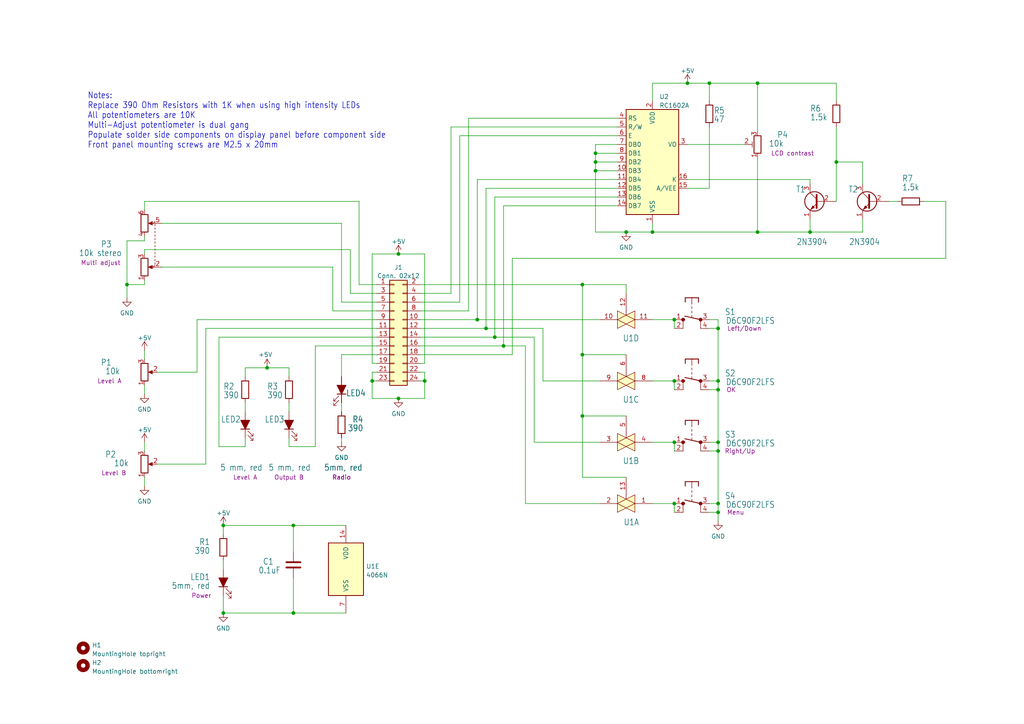
<source format=kicad_sch>
(kicad_sch (version 20211123) (generator eeschema)
  (paper "A4")
  (title_block (title "MK-312 Display print") (date "2022-08-01") (rev "1.2-Chi"))
  (lib_symbols
    (symbol "4xxx:4066" (pin_names (offset 1.016))
      (property "Reference" "U" (at -7.62 8.89 0))
      (property "Value" "4066" (at -7.62 -8.89 0))
      (symbol "4066_1_0"
        (polyline (pts (xy 0 1.27) (xy 0 2.54)) (stroke (width 0.1524)))
        (polyline (pts (xy -2.54 0) (xy 2.54 2.54) (xy 2.54 -2.54) (xy -2.54 0)) (fill (type background)))
        (polyline (pts (xy -2.54 2.54) (xy 2.54 0) (xy -2.54 -2.54) (xy -2.54 2.54)) (fill (type background)))
        (pin passive line (at -7.62 0 0) (length 5.08) (name "~") (number "1"))
        (pin input line (at 0 7.62 270) (length 5.08) (name "~") (number "13"))
        (pin passive line (at 7.62 0 180) (length 5.08) (name "~") (number "2"))
      )
      (symbol "4066_2_0"
        (polyline (pts (xy 0 1.27) (xy 0 2.54)) (stroke (width 0.1524)))
        (polyline (pts (xy -2.54 0) (xy 2.54 2.54) (xy 2.54 -2.54) (xy -2.54 0)) (fill (type background)))
        (polyline (pts (xy -2.54 2.54) (xy 2.54 0) (xy -2.54 -2.54) (xy -2.54 2.54)) (fill (type background)))
        (pin passive line (at 7.62 0 180) (length 5.08) (name "~") (number "3"))
        (pin passive line (at -7.62 0 0) (length 5.08) (name "~") (number "4"))
        (pin input line (at 0 7.62 270) (length 5.08) (name "~") (number "5"))
      )
      (symbol "4066_3_0"
        (polyline (pts (xy 0 1.27) (xy 0 2.54)) (stroke (width 0.1524)))
        (polyline (pts (xy -2.54 0) (xy 2.54 2.54) (xy 2.54 -2.54) (xy -2.54 0)) (fill (type background)))
        (polyline (pts (xy -2.54 2.54) (xy 2.54 0) (xy -2.54 -2.54) (xy -2.54 2.54)) (fill (type background)))
        (pin input line (at 0 7.62 270) (length 5.08) (name "~") (number "6"))
        (pin passive line (at -7.62 0 0) (length 5.08) (name "~") (number "8"))
        (pin passive line (at 7.62 0 180) (length 5.08) (name "~") (number "9"))
      )
      (symbol "4066_4_0"
        (polyline (pts (xy 0 1.27) (xy 0 2.54)) (stroke (width 0.1524)))
        (polyline (pts (xy -2.54 0) (xy 2.54 2.54) (xy 2.54 -2.54) (xy -2.54 0)) (fill (type background)))
        (polyline (pts (xy -2.54 2.54) (xy 2.54 0) (xy -2.54 -2.54) (xy -2.54 2.54)) (fill (type background)))
        (pin passive line (at 7.62 0 180) (length 5.08) (name "~") (number "10"))
        (pin passive line (at -7.62 0 0) (length 5.08) (name "~") (number "11"))
        (pin input line (at 0 7.62 270) (length 5.08) (name "~") (number "12"))
      )
      (symbol "4066_5_0"
        (pin power_in line (at 0 12.7 270) (length 5.08) (name "VDD") (number "14"))
        (pin power_in line (at 0 -12.7 90) (length 5.08) (name "VSS") (number "7"))
      )
      (symbol "4066_5_1"
        (rectangle (start -5.08 7.62) (end 5.08 -7.62) (stroke (width 0.254)) (fill (type background)))
      )
    )
    (symbol "Connector_Generic:Conn_02x12_Odd_Even" (pin_names (offset 1.016) hide)
      (property "Reference" "J" (at 1.27 15.24 0))
      (property "Value" "Conn_02x12_Odd_Even" (at 1.27 -17.78 0))
      (symbol "Conn_02x12_Odd_Even_1_1"
        (rectangle (start -1.27 -15.113) (end 0 -15.367) (stroke (width 0.1524)))
        (rectangle (start -1.27 -12.573) (end 0 -12.827) (stroke (width 0.1524)))
        (rectangle (start -1.27 -10.033) (end 0 -10.287) (stroke (width 0.1524)))
        (rectangle (start -1.27 -7.493) (end 0 -7.747) (stroke (width 0.1524)))
        (rectangle (start -1.27 -4.953) (end 0 -5.207) (stroke (width 0.1524)))
        (rectangle (start -1.27 -2.413) (end 0 -2.667) (stroke (width 0.1524)))
        (rectangle (start -1.27 0.127) (end 0 -0.127) (stroke (width 0.1524)))
        (rectangle (start -1.27 2.667) (end 0 2.413) (stroke (width 0.1524)))
        (rectangle (start -1.27 5.207) (end 0 4.953) (stroke (width 0.1524)))
        (rectangle (start -1.27 7.747) (end 0 7.493) (stroke (width 0.1524)))
        (rectangle (start -1.27 10.287) (end 0 10.033) (stroke (width 0.1524)))
        (rectangle (start -1.27 12.827) (end 0 12.573) (stroke (width 0.1524)))
        (rectangle (start -1.27 13.97) (end 3.81 -16.51) (stroke (width 0.254)) (fill (type background)))
        (rectangle (start 3.81 -15.113) (end 2.54 -15.367) (stroke (width 0.1524)))
        (rectangle (start 3.81 -12.573) (end 2.54 -12.827) (stroke (width 0.1524)))
        (rectangle (start 3.81 -10.033) (end 2.54 -10.287) (stroke (width 0.1524)))
        (rectangle (start 3.81 -7.493) (end 2.54 -7.747) (stroke (width 0.1524)))
        (rectangle (start 3.81 -4.953) (end 2.54 -5.207) (stroke (width 0.1524)))
        (rectangle (start 3.81 -2.413) (end 2.54 -2.667) (stroke (width 0.1524)))
        (rectangle (start 3.81 0.127) (end 2.54 -0.127) (stroke (width 0.1524)))
        (rectangle (start 3.81 2.667) (end 2.54 2.413) (stroke (width 0.1524)))
        (rectangle (start 3.81 5.207) (end 2.54 4.953) (stroke (width 0.1524)))
        (rectangle (start 3.81 7.747) (end 2.54 7.493) (stroke (width 0.1524)))
        (rectangle (start 3.81 10.287) (end 2.54 10.033) (stroke (width 0.1524)))
        (rectangle (start 3.81 12.827) (end 2.54 12.573) (stroke (width 0.1524)))
        (pin passive line (at -5.08 12.7 0) (length 3.81) (name "Pin_1") (number "1"))
        (pin passive line (at 7.62 2.54 180) (length 3.81) (name "Pin_10") (number "10"))
        (pin passive line (at -5.08 0 0) (length 3.81) (name "Pin_11") (number "11"))
        (pin passive line (at 7.62 0 180) (length 3.81) (name "Pin_12") (number "12"))
        (pin passive line (at -5.08 -2.54 0) (length 3.81) (name "Pin_13") (number "13"))
        (pin passive line (at 7.62 -2.54 180) (length 3.81) (name "Pin_14") (number "14"))
        (pin passive line (at -5.08 -5.08 0) (length 3.81) (name "Pin_15") (number "15"))
        (pin passive line (at 7.62 -5.08 180) (length 3.81) (name "Pin_16") (number "16"))
        (pin passive line (at -5.08 -7.62 0) (length 3.81) (name "Pin_17") (number "17"))
        (pin passive line (at 7.62 -7.62 180) (length 3.81) (name "Pin_18") (number "18"))
        (pin passive line (at -5.08 -10.16 0) (length 3.81) (name "Pin_19") (number "19"))
        (pin passive line (at 7.62 12.7 180) (length 3.81) (name "Pin_2") (number "2"))
        (pin passive line (at 7.62 -10.16 180) (length 3.81) (name "Pin_20") (number "20"))
        (pin passive line (at -5.08 -12.7 0) (length 3.81) (name "Pin_21") (number "21"))
        (pin passive line (at 7.62 -12.7 180) (length 3.81) (name "Pin_22") (number "22"))
        (pin passive line (at -5.08 -15.24 0) (length 3.81) (name "Pin_23") (number "23"))
        (pin passive line (at 7.62 -15.24 180) (length 3.81) (name "Pin_24") (number "24"))
        (pin passive line (at -5.08 10.16 0) (length 3.81) (name "Pin_3") (number "3"))
        (pin passive line (at 7.62 10.16 180) (length 3.81) (name "Pin_4") (number "4"))
        (pin passive line (at -5.08 7.62 0) (length 3.81) (name "Pin_5") (number "5"))
        (pin passive line (at 7.62 7.62 180) (length 3.81) (name "Pin_6") (number "6"))
        (pin passive line (at -5.08 5.08 0) (length 3.81) (name "Pin_7") (number "7"))
        (pin passive line (at 7.62 5.08 180) (length 3.81) (name "Pin_8") (number "8"))
        (pin passive line (at -5.08 2.54 0) (length 3.81) (name "Pin_9") (number "9"))
      )
    )
    (symbol "Device:C" (pin_numbers hide) (pin_names (offset 0.254))
      (property "Reference" "C" (at 0.635 2.54 0))
      (property "Value" "C" (at 0.635 -2.54 0))
      (symbol "C_0_1"
        (polyline (pts (xy -2.032 -0.762) (xy 2.032 -0.762)) (stroke (width 0.508)))
        (polyline (pts (xy -2.032 0.762) (xy 2.032 0.762)) (stroke (width 0.508)))
      )
      (symbol "C_1_1"
        (pin passive line (at 0 3.81 270) (length 2.794) (name "~") (number "1"))
        (pin passive line (at 0 -3.81 90) (length 2.794) (name "~") (number "2"))
      )
    )
    (symbol "Device:LED_Filled" (pin_numbers hide) (pin_names (offset 1.016) hide)
      (property "Reference" "D" (at 0 2.54 0))
      (property "Value" "LED_Filled" (at 0 -2.54 0))
      (symbol "LED_Filled_0_1"
        (polyline (pts (xy -1.27 -1.27) (xy -1.27 1.27)) (stroke (width 0.254)))
        (polyline (pts (xy -1.27 0) (xy 1.27 0)))
        (polyline (pts (xy 1.27 -1.27) (xy 1.27 1.27) (xy -1.27 0) (xy 1.27 -1.27)) (stroke (width 0.254)) (fill (type outline)))
        (polyline (pts (xy -3.048 -0.762) (xy -4.572 -2.286) (xy -3.81 -2.286) (xy -4.572 -2.286) (xy -4.572 -1.524)))
        (polyline (pts (xy -1.778 -0.762) (xy -3.302 -2.286) (xy -2.54 -2.286) (xy -3.302 -2.286) (xy -3.302 -1.524)))
      )
      (symbol "LED_Filled_1_1"
        (pin passive line (at -3.81 0 0) (length 2.54) (name "K") (number "1"))
        (pin passive line (at 3.81 0 180) (length 2.54) (name "A") (number "2"))
      )
    )
    (symbol "Device:R" (pin_numbers hide) (pin_names (offset 0))
      (property "Reference" "R" (at 2.032 0 90))
      (property "Value" "R" (at 0 0 90))
      (symbol "R_0_1"
        (rectangle (start -1.016 -2.54) (end 1.016 2.54) (stroke (width 0.254)))
      )
      (symbol "R_1_1"
        (pin passive line (at 0 3.81 270) (length 1.27) (name "~") (number "1"))
        (pin passive line (at 0 -3.81 90) (length 1.27) (name "~") (number "2"))
      )
    )
    (symbol "Device:R_Potentiometer" (pin_names (offset 1.016) hide)
      (property "Reference" "RV" (at -4.445 0 90))
      (property "Value" "R_Potentiometer" (at -2.54 0 90))
      (symbol "R_Potentiometer_0_1"
        (polyline (pts (xy 2.54 0) (xy 1.524 0)))
        (polyline (pts (xy 1.143 0) (xy 2.286 0.508) (xy 2.286 -0.508) (xy 1.143 0)) (fill (type outline)))
        (rectangle (start 1.016 2.54) (end -1.016 -2.54) (stroke (width 0.254)))
      )
      (symbol "R_Potentiometer_1_1"
        (pin passive line (at 0 3.81 270) (length 1.27) (name "1") (number "1"))
        (pin passive line (at 3.81 0 180) (length 1.27) (name "2") (number "2"))
        (pin passive line (at 0 -3.81 90) (length 1.27) (name "3") (number "3"))
      )
    )
    (symbol "Device:R_Potentiometer_Dual" (pin_names (offset 1.016) hide)
      (property "Reference" "RV" (at 0 3.81 0))
      (property "Value" "R_Potentiometer_Dual" (at 0 1.905 0))
      (symbol "R_Potentiometer_Dual_0_1"
        (rectangle (start -8.89 -1.524) (end -3.81 -3.556) (stroke (width 0.254)))
        (polyline (pts (xy -6.35 0) (xy -6.35 -1.016)))
        (polyline (pts (xy -6.35 0) (xy -6.35 -1.016)))
        (polyline (pts (xy -6.35 0) (xy -5.842 0.508)))
        (polyline (pts (xy -5.588 0.508) (xy -5.08 0.508)))
        (polyline (pts (xy -4.572 0.508) (xy -4.064 0.508)))
        (polyline (pts (xy -3.556 0.508) (xy -3.048 0.508)))
        (polyline (pts (xy -2.54 0.508) (xy -2.032 0.508)))
        (polyline (pts (xy -1.524 0.508) (xy -1.016 0.508)))
        (polyline (pts (xy -0.508 0.508) (xy 0 0.508)))
        (polyline (pts (xy 0.508 0.508) (xy 1.016 0.508)))
        (polyline (pts (xy 1.524 0.508) (xy 2.032 0.508)))
        (polyline (pts (xy 2.54 0.508) (xy 3.048 0.508)))
        (polyline (pts (xy 3.556 0.508) (xy 4.064 0.508)))
        (polyline (pts (xy 4.572 0.508) (xy 5.08 0.508)))
        (polyline (pts (xy 5.588 0.508) (xy 6.096 0.508)))
        (polyline (pts (xy 6.35 0) (xy 6.35 -1.016)))
        (polyline (pts (xy 6.35 0) (xy 6.35 -1.016)))
        (polyline (pts (xy 6.604 0.508) (xy 6.858 0.508) (xy 6.35 0)))
        (polyline (pts (xy -6.35 -1.397) (xy -6.858 -0.254) (xy -5.842 -0.254) (xy -6.35 -1.397)) (fill (type outline)))
        (polyline (pts (xy 6.35 -1.397) (xy 5.842 -0.254) (xy 6.858 -0.254) (xy 6.35 -1.397)) (fill (type outline)))
        (rectangle (start 3.81 -1.524) (end 8.89 -3.556) (stroke (width 0.254)))
      )
      (symbol "R_Potentiometer_Dual_1_1"
        (pin passive line (at -10.16 -2.54 0) (length 1.27) (name "1") (number "1"))
        (pin passive line (at -6.35 2.54 270) (length 2.54) (name "2") (number "2"))
        (pin passive line (at -2.54 -2.54 180) (length 1.27) (name "3") (number "3"))
        (pin passive line (at 2.54 -2.54 0) (length 1.27) (name "4") (number "4"))
        (pin passive line (at 6.35 2.54 270) (length 2.54) (name "5") (number "5"))
        (pin passive line (at 10.16 -2.54 180) (length 1.27) (name "6") (number "6"))
      )
    )
    (symbol "Device:R_Potentiometer_Trim" (pin_names (offset 1.016) hide)
      (property "Reference" "RV" (at -4.445 0 90))
      (property "Value" "R_Potentiometer_Trim" (at -2.54 0 90))
      (symbol "R_Potentiometer_Trim_0_1"
        (polyline (pts (xy 1.524 0.762) (xy 1.524 -0.762)))
        (polyline (pts (xy 2.54 0) (xy 1.524 0)))
        (rectangle (start 1.016 2.54) (end -1.016 -2.54) (stroke (width 0.254)))
      )
      (symbol "R_Potentiometer_Trim_1_1"
        (pin passive line (at 0 3.81 270) (length 1.27) (name "1") (number "1"))
        (pin passive line (at 3.81 0 180) (length 1.27) (name "2") (number "2"))
        (pin passive line (at 0 -3.81 90) (length 1.27) (name "3") (number "3"))
      )
    )
    (symbol "Display_Character:RC1602A"
      (property "Reference" "U" (at -6.35 16.51 0))
      (property "Value" "RC1602A" (at 2.794 16.51 0))
      (symbol "RC1602A_0_1"
        (rectangle (start -7.62 15.24) (end 7.62 -15.24) (stroke (width 0.254)) (fill (type background)))
      )
      (symbol "RC1602A_1_1"
        (pin power_in line (at 0 -17.78 90) (length 2.54) (name "VSS") (number "1"))
        (pin bidirectional line (at -10.16 -2.54 0) (length 2.54) (name "DB3") (number "10"))
        (pin bidirectional line (at -10.16 -5.08 0) (length 2.54) (name "DB4") (number "11"))
        (pin bidirectional line (at -10.16 -7.62 0) (length 2.54) (name "DB5") (number "12"))
        (pin bidirectional line (at -10.16 -10.16 0) (length 2.54) (name "DB6") (number "13"))
        (pin bidirectional line (at -10.16 -12.7 0) (length 2.54) (name "DB7") (number "14"))
        (pin power_in line (at 10.16 -7.62 180) (length 2.54) (name "A/VEE") (number "15"))
        (pin power_in line (at 10.16 -5.08 180) (length 2.54) (name "K") (number "16"))
        (pin power_in line (at 0 17.78 270) (length 2.54) (name "VDD") (number "2"))
        (pin power_in line (at 10.16 5.08 180) (length 2.54) (name "VO") (number "3"))
        (pin input line (at -10.16 12.7 0) (length 2.54) (name "RS") (number "4"))
        (pin input line (at -10.16 10.16 0) (length 2.54) (name "R/W") (number "5"))
        (pin input line (at -10.16 7.62 0) (length 2.54) (name "E") (number "6"))
        (pin bidirectional line (at -10.16 5.08 0) (length 2.54) (name "DB0") (number "7"))
        (pin bidirectional line (at -10.16 2.54 0) (length 2.54) (name "DB1") (number "8"))
        (pin bidirectional line (at -10.16 0 0) (length 2.54) (name "DB2") (number "9"))
      )
    )
    (symbol "Mechanical:MountingHole" (pin_names (offset 1.016))
      (property "Reference" "H" (at 0 5.08 0))
      (property "Value" "MountingHole" (at 0 3.175 0))
      (symbol "MountingHole_0_1"
        (circle (center 0 0) (radius 1.27) (stroke (width 1.27)))
      )
    )
    (symbol "Transistor_BJT:2N3904" (pin_names (offset 0) hide)
      (property "Reference" "Q" (at 5.08 1.905 0))
      (property "Value" "2N3904" (at 5.08 0 0))
      (symbol "2N3904_0_1"
        (polyline (pts (xy 0.635 0.635) (xy 2.54 2.54)))
        (polyline (pts (xy 0.635 -0.635) (xy 2.54 -2.54) (xy 2.54 -2.54)))
        (polyline (pts (xy 0.635 1.905) (xy 0.635 -1.905) (xy 0.635 -1.905)) (stroke (width 0.508)))
        (polyline (pts (xy 1.27 -1.778) (xy 1.778 -1.27) (xy 2.286 -2.286) (xy 1.27 -1.778) (xy 1.27 -1.778)) (fill (type outline)))
        (circle (center 1.27 0) (radius 2.8194) (stroke (width 0.254)))
      )
      (symbol "2N3904_1_1"
        (pin passive line (at 2.54 -5.08 90) (length 2.54) (name "E") (number "1"))
        (pin passive line (at -5.08 0 0) (length 5.715) (name "B") (number "2"))
        (pin passive line (at 2.54 5.08 270) (length 2.54) (name "C") (number "3"))
      )
    )
    (symbol "mk312-eagle-import:DTE6K"
      (property "Reference" "S" (at -6.985 -1.905 90))
      (property "Value" "DTE6K" (at -4.445 2.54 90))
      (symbol "DTE6K_1_0"
        (circle (center 0 -2.54) (radius 0.127) (stroke (width 0.4064)))
        (polyline (pts (xy -6.35 -1.905) (xy -5.08 -1.905)) (stroke (width 0.254)))
        (polyline (pts (xy -6.35 0) (xy -6.35 -1.905)) (stroke (width 0.254)))
        (polyline (pts (xy -6.35 0) (xy -4.445 0)) (stroke (width 0.1524)))
        (polyline (pts (xy -6.35 1.905) (xy -6.35 0)) (stroke (width 0.254)))
        (polyline (pts (xy -6.35 1.905) (xy -5.08 1.905)) (stroke (width 0.254)))
        (polyline (pts (xy -3.81 0) (xy -3.175 0)) (stroke (width 0.1524)))
        (polyline (pts (xy -2.54 0) (xy -1.905 0)) (stroke (width 0.1524)))
        (polyline (pts (xy -1.27 0) (xy -0.635 0)) (stroke (width 0.1524)))
        (polyline (pts (xy 0 -2.54) (xy -1.016 2.032)) (stroke (width 0.254)))
        (polyline (pts (xy 0 2.032) (xy 0 2.54)) (stroke (width 0.254)))
        (polyline (pts (xy 2.54 -2.54) (xy 0 -2.54)) (stroke (width 0.1524)))
        (polyline (pts (xy 2.54 2.54) (xy 0 2.54)) (stroke (width 0.1524)))
        (circle (center 0 2.54) (radius 0.127) (stroke (width 0.4064)))
        (pin passive line (at 0 5.08 270) (length 2.54) (name "S") (number "1"))
        (pin passive line (at 2.54 5.08 270) (length 2.54) (name "S@1") (number "2"))
        (pin passive line (at 0 -5.08 90) (length 2.54) (name "P") (number "3"))
        (pin passive line (at 2.54 -5.08 90) (length 2.54) (name "P@1") (number "4"))
      )
    )
    (symbol "power:+5V" (power) (pin_names (offset 0))
      (property "Value" "+5V" (at 0 3.556 0))
      (symbol "+5V_0_1"
        (polyline (pts (xy -0.762 1.27) (xy 0 2.54)))
        (polyline (pts (xy 0 0) (xy 0 2.54)))
        (polyline (pts (xy 0 2.54) (xy 0.762 1.27)))
      )
      (symbol "+5V_1_1"
        (pin power_in line (at 0 0 90) (length 0) hide (name "+5V") (number "1"))
      )
    )
    (symbol "power:GND" (power) (pin_names (offset 0))
      (property "Value" "GND" (at 0 -3.81 0))
      (symbol "GND_0_1"
        (polyline (pts (xy 0 0) (xy 0 -1.27) (xy 1.27 -1.27) (xy 0 -2.54) (xy -1.27 -1.27) (xy 0 -1.27)))
      )
      (symbol "GND_1_1"
        (pin power_in line (at 0 0 270) (length 0) hide (name "GND") (number "1"))
      )
    )
  )
  (junction (at 172.72 49.53))
  (junction (at 168.91 120.65))
  (junction (at 64.77 152.4))
  (junction (at 208.28 130.81))
  (junction (at 85.09 152.4))
  (junction (at 195.58 92.71))
  (junction (at 172.72 44.45))
  (junction (at 64.77 177.8))
  (junction (at 208.28 148.59))
  (junction (at 138.43 92.71))
  (junction (at 115.57 73.66))
  (junction (at 208.28 146.05))
  (junction (at 168.91 102.87))
  (junction (at 115.57 115.57))
  (junction (at 208.28 95.25))
  (junction (at 140.97 95.25))
  (junction (at 195.58 128.27))
  (junction (at 181.61 67.31))
  (junction (at 234.95 67.31))
  (junction (at 208.28 113.03))
  (junction (at 77.47 106.68))
  (junction (at 168.91 82.55))
  (junction (at 219.71 67.31))
  (junction (at 146.05 100.33))
  (junction (at 107.95 110.49))
  (junction (at 195.58 110.49))
  (junction (at 199.39 24.13))
  (junction (at 85.09 177.8))
  (junction (at 143.51 97.79))
  (junction (at 123.19 110.49))
  (junction (at 36.83 82.55))
  (junction (at 189.23 67.31))
  (junction (at 205.74 24.13))
  (junction (at 242.57 46.99))
  (junction (at 219.71 24.13))
  (junction (at 208.28 110.49))
  (junction (at 195.58 146.05))
  (junction (at 208.28 128.27))
  (junction (at 172.72 46.99))
  (wire (pts (xy 250.19 46.99) (xy 250.19 53.34)))
  (wire (pts (xy 172.72 44.45) (xy 179.07 44.45)))
  (wire (pts (xy 41.91 73.66) (xy 41.91 72.39)))
  (wire (pts (xy 91.44 100.33) (xy 91.44 129.54)))
  (wire (pts (xy 83.82 127) (xy 83.82 129.54)))
  (wire (pts (xy 36.83 82.55) (xy 36.83 86.36)))
  (wire (pts (xy 138.43 92.71) (xy 138.43 52.07)))
  (wire (pts (xy 189.23 146.05) (xy 195.58 146.05)))
  (wire (pts (xy 63.5 97.79) (xy 109.22 97.79)))
  (wire (pts (xy 107.95 110.49) (xy 107.95 115.57)))
  (wire (pts (xy 168.91 120.65) (xy 181.61 120.65)))
  (wire (pts (xy 219.71 45.72) (xy 219.71 67.31)))
  (wire (pts (xy 85.09 167.64) (xy 85.09 177.8)))
  (wire (pts (xy 179.07 41.91) (xy 172.72 41.91)))
  (wire (pts (xy 41.91 81.28) (xy 41.91 82.55)))
  (wire (pts (xy 64.77 172.72) (xy 64.77 177.8)))
  (wire (pts (xy 181.61 82.55) (xy 181.61 85.09)))
  (wire (pts (xy 109.22 90.17) (xy 96.52 90.17)))
  (wire (pts (xy 99.06 116.84) (xy 99.06 119.38)))
  (wire (pts (xy 267.97 58.42) (xy 274.32 58.42)))
  (wire (pts (xy 96.52 90.17) (xy 96.52 77.47)))
  (wire (pts (xy 57.15 92.71) (xy 57.15 107.95)))
  (wire (pts (xy 121.92 82.55) (xy 168.91 82.55)))
  (wire (pts (xy 172.72 46.99) (xy 179.07 46.99)))
  (wire (pts (xy 71.12 106.68) (xy 77.47 106.68)))
  (wire (pts (xy 208.28 110.49) (xy 208.28 113.03)))
  (wire (pts (xy 181.61 102.87) (xy 168.91 102.87)))
  (wire (pts (xy 168.91 120.65) (xy 168.91 138.43)))
  (wire (pts (xy 154.94 97.79) (xy 154.94 128.27)))
  (wire (pts (xy 41.91 101.6) (xy 41.91 104.14)))
  (wire (pts (xy 121.92 110.49) (xy 123.19 110.49)))
  (wire (pts (xy 205.74 54.61) (xy 205.74 36.83)))
  (wire (pts (xy 172.72 44.45) (xy 172.72 46.99)))
  (wire (pts (xy 109.22 87.63) (xy 99.06 87.63)))
  (wire (pts (xy 146.05 59.69) (xy 179.07 59.69)))
  (wire (pts (xy 199.39 54.61) (xy 205.74 54.61)))
  (wire (pts (xy 205.74 130.81) (xy 208.28 130.81)))
  (wire (pts (xy 121.92 90.17) (xy 135.89 90.17)))
  (wire (pts (xy 121.92 105.41) (xy 123.19 105.41)))
  (wire (pts (xy 189.23 64.77) (xy 189.23 67.31)))
  (wire (pts (xy 99.06 102.87) (xy 109.22 102.87)))
  (wire (pts (xy 41.91 58.42) (xy 104.14 58.42)))
  (wire (pts (xy 205.74 95.25) (xy 208.28 95.25)))
  (wire (pts (xy 148.59 102.87) (xy 148.59 74.93)))
  (wire (pts (xy 107.95 115.57) (xy 115.57 115.57)))
  (wire (pts (xy 121.92 87.63) (xy 133.35 87.63)))
  (wire (pts (xy 85.09 152.4) (xy 85.09 160.02)))
  (wire (pts (xy 115.57 73.66) (xy 107.95 73.66)))
  (wire (pts (xy 91.44 100.33) (xy 109.22 100.33)))
  (wire (pts (xy 168.91 102.87) (xy 168.91 120.65)))
  (wire (pts (xy 189.23 128.27) (xy 195.58 128.27)))
  (wire (pts (xy 242.57 29.21) (xy 242.57 24.13)))
  (wire (pts (xy 143.51 57.15) (xy 143.51 97.79)))
  (wire (pts (xy 242.57 36.83) (xy 242.57 46.99)))
  (wire (pts (xy 242.57 46.99) (xy 242.57 58.42)))
  (wire (pts (xy 199.39 52.07) (xy 234.95 52.07)))
  (wire (pts (xy 219.71 67.31) (xy 189.23 67.31)))
  (wire (pts (xy 121.92 95.25) (xy 140.97 95.25)))
  (wire (pts (xy 46.99 64.77) (xy 99.06 64.77)))
  (wire (pts (xy 195.58 146.05) (xy 195.58 148.59)))
  (wire (pts (xy 205.74 110.49) (xy 208.28 110.49)))
  (wire (pts (xy 41.91 72.39) (xy 101.6 72.39)))
  (wire (pts (xy 123.19 115.57) (xy 123.19 110.49)))
  (wire (pts (xy 130.81 36.83) (xy 130.81 85.09)))
  (wire (pts (xy 123.19 107.95) (xy 121.92 107.95)))
  (wire (pts (xy 91.44 129.54) (xy 83.82 129.54)))
  (wire (pts (xy 205.74 92.71) (xy 208.28 92.71)))
  (wire (pts (xy 99.06 109.22) (xy 99.06 102.87)))
  (wire (pts (xy 140.97 95.25) (xy 157.48 95.25)))
  (wire (pts (xy 250.19 67.31) (xy 250.19 63.5)))
  (wire (pts (xy 199.39 24.13) (xy 205.74 24.13)))
  (wire (pts (xy 208.28 146.05) (xy 208.28 148.59)))
  (wire (pts (xy 71.12 116.84) (xy 71.12 119.38)))
  (wire (pts (xy 195.58 128.27) (xy 195.58 130.81)))
  (wire (pts (xy 121.92 102.87) (xy 148.59 102.87)))
  (wire (pts (xy 135.89 34.29) (xy 179.07 34.29)))
  (wire (pts (xy 168.91 138.43) (xy 181.61 138.43)))
  (wire (pts (xy 195.58 92.71) (xy 195.58 95.25)))
  (wire (pts (xy 109.22 92.71) (xy 57.15 92.71)))
  (wire (pts (xy 104.14 82.55) (xy 104.14 58.42)))
  (wire (pts (xy 121.92 97.79) (xy 143.51 97.79)))
  (wire (pts (xy 45.72 107.95) (xy 57.15 107.95)))
  (wire (pts (xy 189.23 24.13) (xy 199.39 24.13)))
  (wire (pts (xy 63.5 97.79) (xy 63.5 129.54)))
  (wire (pts (xy 205.74 29.21) (xy 205.74 24.13)))
  (wire (pts (xy 208.28 128.27) (xy 208.28 130.81)))
  (wire (pts (xy 140.97 95.25) (xy 140.97 54.61)))
  (wire (pts (xy 46.99 77.47) (xy 96.52 77.47)))
  (wire (pts (xy 189.23 24.13) (xy 189.23 29.21)))
  (wire (pts (xy 83.82 106.68) (xy 83.82 109.22)))
  (wire (pts (xy 36.83 69.85) (xy 36.83 82.55)))
  (wire (pts (xy 107.95 73.66) (xy 107.95 105.41)))
  (wire (pts (xy 130.81 36.83) (xy 179.07 36.83)))
  (wire (pts (xy 123.19 110.49) (xy 123.19 107.95)))
  (wire (pts (xy 85.09 177.8) (xy 100.33 177.8)))
  (wire (pts (xy 99.06 127) (xy 99.06 128.27)))
  (wire (pts (xy 173.99 110.49) (xy 157.48 110.49)))
  (wire (pts (xy 41.91 128.27) (xy 41.91 130.81)))
  (wire (pts (xy 71.12 129.54) (xy 71.12 127)))
  (wire (pts (xy 208.28 148.59) (xy 208.28 151.13)))
  (wire (pts (xy 205.74 24.13) (xy 219.71 24.13)))
  (wire (pts (xy 77.47 106.68) (xy 83.82 106.68)))
  (wire (pts (xy 219.71 24.13) (xy 219.71 38.1)))
  (wire (pts (xy 41.91 69.85) (xy 41.91 68.58)))
  (wire (pts (xy 59.69 95.25) (xy 59.69 134.62)))
  (wire (pts (xy 146.05 100.33) (xy 146.05 59.69)))
  (wire (pts (xy 173.99 128.27) (xy 154.94 128.27)))
  (wire (pts (xy 172.72 49.53) (xy 172.72 67.31)))
  (wire (pts (xy 71.12 109.22) (xy 71.12 106.68)))
  (wire (pts (xy 274.32 74.93) (xy 274.32 58.42)))
  (wire (pts (xy 107.95 107.95) (xy 107.95 110.49)))
  (wire (pts (xy 208.28 95.25) (xy 208.28 110.49)))
  (wire (pts (xy 115.57 115.57) (xy 123.19 115.57)))
  (wire (pts (xy 107.95 110.49) (xy 109.22 110.49)))
  (wire (pts (xy 63.5 129.54) (xy 71.12 129.54)))
  (wire (pts (xy 234.95 52.07) (xy 234.95 53.34)))
  (wire (pts (xy 133.35 39.37) (xy 179.07 39.37)))
  (wire (pts (xy 64.77 152.4) (xy 64.77 154.94)))
  (wire (pts (xy 101.6 72.39) (xy 101.6 85.09)))
  (wire (pts (xy 219.71 24.13) (xy 242.57 24.13)))
  (wire (pts (xy 189.23 92.71) (xy 195.58 92.71)))
  (wire (pts (xy 109.22 107.95) (xy 107.95 107.95)))
  (wire (pts (xy 157.48 110.49) (xy 157.48 95.25)))
  (wire (pts (xy 234.95 63.5) (xy 234.95 67.31)))
  (wire (pts (xy 135.89 90.17) (xy 135.89 34.29)))
  (wire (pts (xy 208.28 130.81) (xy 208.28 146.05)))
  (wire (pts (xy 179.07 57.15) (xy 143.51 57.15)))
  (wire (pts (xy 41.91 82.55) (xy 36.83 82.55)))
  (wire (pts (xy 64.77 152.4) (xy 85.09 152.4)))
  (wire (pts (xy 152.4 100.33) (xy 152.4 146.05)))
  (wire (pts (xy 109.22 95.25) (xy 59.69 95.25)))
  (wire (pts (xy 219.71 67.31) (xy 234.95 67.31)))
  (wire (pts (xy 205.74 146.05) (xy 208.28 146.05)))
  (wire (pts (xy 64.77 162.56) (xy 64.77 165.1)))
  (wire (pts (xy 123.19 73.66) (xy 115.57 73.66)))
  (wire (pts (xy 41.91 58.42) (xy 41.91 60.96)))
  (wire (pts (xy 41.91 138.43) (xy 41.91 140.97)))
  (wire (pts (xy 121.92 100.33) (xy 146.05 100.33)))
  (wire (pts (xy 133.35 87.63) (xy 133.35 39.37)))
  (wire (pts (xy 143.51 97.79) (xy 154.94 97.79)))
  (wire (pts (xy 99.06 87.63) (xy 99.06 64.77)))
  (wire (pts (xy 173.99 146.05) (xy 152.4 146.05)))
  (wire (pts (xy 138.43 52.07) (xy 179.07 52.07)))
  (wire (pts (xy 140.97 54.61) (xy 179.07 54.61)))
  (wire (pts (xy 189.23 67.31) (xy 181.61 67.31)))
  (wire (pts (xy 208.28 113.03) (xy 208.28 128.27)))
  (wire (pts (xy 138.43 92.71) (xy 173.99 92.71)))
  (wire (pts (xy 205.74 148.59) (xy 208.28 148.59)))
  (wire (pts (xy 121.92 85.09) (xy 130.81 85.09)))
  (wire (pts (xy 234.95 67.31) (xy 250.19 67.31)))
  (wire (pts (xy 181.61 67.31) (xy 172.72 67.31)))
  (wire (pts (xy 172.72 49.53) (xy 179.07 49.53)))
  (wire (pts (xy 146.05 100.33) (xy 152.4 100.33)))
  (wire (pts (xy 83.82 116.84) (xy 83.82 119.38)))
  (wire (pts (xy 64.77 177.8) (xy 85.09 177.8)))
  (wire (pts (xy 195.58 110.49) (xy 195.58 113.03)))
  (wire (pts (xy 189.23 110.49) (xy 195.58 110.49)))
  (wire (pts (xy 148.59 74.93) (xy 274.32 74.93)))
  (wire (pts (xy 257.81 58.42) (xy 260.35 58.42)))
  (wire (pts (xy 172.72 46.99) (xy 172.72 49.53)))
  (wire (pts (xy 109.22 82.55) (xy 104.14 82.55)))
  (wire (pts (xy 36.83 69.85) (xy 41.91 69.85)))
  (wire (pts (xy 208.28 92.71) (xy 208.28 95.25)))
  (wire (pts (xy 59.69 134.62) (xy 45.72 134.62)))
  (wire (pts (xy 41.91 111.76) (xy 41.91 114.3)))
  (wire (pts (xy 168.91 82.55) (xy 181.61 82.55)))
  (wire (pts (xy 107.95 105.41) (xy 109.22 105.41)))
  (wire (pts (xy 242.57 46.99) (xy 250.19 46.99)))
  (wire (pts (xy 168.91 82.55) (xy 168.91 102.87)))
  (wire (pts (xy 85.09 152.4) (xy 100.33 152.4)))
  (wire (pts (xy 101.6 85.09) (xy 109.22 85.09)))
  (wire (pts (xy 199.39 41.91) (xy 215.9 41.91)))
  (wire (pts (xy 205.74 113.03) (xy 208.28 113.03)))
  (wire (pts (xy 205.74 128.27) (xy 208.28 128.27)))
  (wire (pts (xy 121.92 92.71) (xy 138.43 92.71)))
  (wire (pts (xy 172.72 41.91) (xy 172.72 44.45)))
  (wire (pts (xy 123.19 105.41) (xy 123.19 73.66)))
  (text "Notes:\nReplace 390 Ohm Resistors with 1K when using high intensity LEDs\nAll potentiometers are 10K\nMulti-Adjust potentiometer is dual gang\nPopulate solder side components on display panel before component side\nFront panel mounting screws are M2.5 x 20mm" (at 25.4 43.18 0) (effects (font (size 1.778 1.5113)) (justify left bottom)))
  (symbol (lib_id "power:+5V") (at 199.39 24.13 0) (unit 1)
    (property "Reference" "#PWR013" (effects hide))
    (property "Value" "+5V" (at 199.39 20.5542 0))
  )
  (symbol (lib_id "Device:R_Potentiometer") (at 41.91 134.62 0) (mirror x) (unit 1)
    (property "Reference" "P2" (at 30.48 130.81 0) (effects (font (size 1.778 1.5113)) (justify left bottom)))
    (property "Value" "10k" (at 33.02 133.35 0) (effects (font (size 1.778 1.5113)) (justify left bottom)))
    (property "Footprint" "Potentiometer_THT:Potentiometer_Alps_RK09L_Single_Vertical" (effects hide))
    (property "Function" "Level B" (at 33.02 137.16 0))
  )
  (symbol (lib_id "power:GND") (at 181.61 67.31 0) (mirror y) (unit 1)
    (property "Reference" "#PWR012" (effects hide))
    (property "Value" "GND" (at 181.61 71.7534 0))
  )
  (symbol (lib_id "power:+5V") (at 77.47 106.68 0) (unit 1)
    (property "Reference" "#PWR08" (effects hide))
    (property "Value" "+5V" (at 74.93 102.87 0) (effects (justify left)))
  )
  (symbol (lib_id "Device:LED_Filled") (at 83.82 123.19 90) (unit 1)
    (property "Reference" "LED3" (at 82.55 120.65 90) (effects (font (size 1.778 1.5113)) (justify left bottom)))
    (property "Value" "5 mm, red" (at 90.17 134.62 90) (effects (font (size 1.778 1.5113)) (justify left bottom)))
    (property "Footprint" "LED_THT:LED_D5.0mm" (effects hide))
    (property "Function" "Output B" (at 83.82 138.43 90))
  )
  (symbol (lib_id "Device:R") (at 99.06 123.19 180) (unit 1)
    (property "Reference" "R4" (at 105.41 120.65 0) (effects (font (size 1.778 1.5113)) (justify left bottom)))
    (property "Value" "390" (at 105.41 123.19 0) (effects (font (size 1.778 1.5113)) (justify left bottom)))
    (property "Footprint" "Resistor_THT:R_Axial_DIN0207_L6.3mm_D2.5mm_P10.16mm_Horizontal" (effects hide))
  )
  (symbol (lib_id "Device:R_Potentiometer_Dual") (at 44.45 71.12 270) (mirror x) (unit 1)
    (property "Reference" "P3" (at 29.21 69.85 90) (effects (font (size 1.778 1.5113)) (justify left bottom)))
    (property "Value" "10k stereo" (at 22.86 72.39 90) (effects (font (size 1.778 1.5113)) (justify left bottom)))
    (property "Footprint" "Potentiometer_THT:Potentiometer_Alps_RK09L_Double_Vertical" (effects hide))
    (property "Comment" "ALPS 9mm snap in" (effects hide))
    (property "Function" "Multi adjust" (at 29.21 76.2 90))
  )
  (symbol (lib_id "Device:C") (at 85.09 163.83 0) (unit 1)
    (property "Reference" "C1" (at 76.2 163.83 0) (effects (font (size 1.778 1.5113)) (justify left bottom)))
    (property "Value" "0.1uF" (at 74.93 166.37 0) (effects (font (size 1.778 1.5113)) (justify left bottom)))
    (property "Footprint" "Capacitor_THT:C_Disc_D3.4mm_W2.1mm_P2.50mm" (effects hide))
  )
  (symbol (lib_id "power:+5V") (at 41.91 101.6 0) (unit 1)
    (property "Reference" "#PWR02" (effects hide))
    (property "Value" "+5V" (at 41.91 98.0242 0))
  )
  (symbol (lib_id "Device:R") (at 205.74 33.02 0) (unit 1)
    (property "Reference" "R5" (at 207.01 33.02 0) (effects (font (size 1.778 1.5113)) (justify left bottom)))
    (property "Value" "47" (at 207.01 35.56 0) (effects (font (size 1.778 1.5113)) (justify left bottom)))
    (property "Footprint" "Resistor_THT:R_Axial_DIN0207_L6.3mm_D2.5mm_P10.16mm_Horizontal" (effects hide))
  )
  (symbol (lib_id "Display_Character:RC1602A") (at 189.23 46.99 0) (unit 1)
    (property "Reference" "U2" (at 191.2494 28.0502 0) (effects (justify left)))
    (property "Value" "RC1602A" (at 191.2494 30.5871 0) (effects (justify left)))
    (property "Footprint" "Display:WC1602A" (effects hide))
    (property "Datasheet" "http://www.raystar-optronics.com/down.php?ProID=18" (effects hide))
  )
  (symbol (lib_id "power:+5V") (at 41.91 128.27 0) (unit 1)
    (property "Reference" "#PWR04" (effects hide))
    (property "Value" "+5V" (at 41.91 124.6942 0))
  )
  (symbol (lib_id "mk312-eagle-import:DTE6K") (at 200.66 128.27 90) (mirror x) (unit 1)
    (property "Reference" "S3" (at 213.36 127 90) (effects (font (size 1.778 1.5113)) (justify left bottom)))
    (property "Value" "D6C90F2LFS" (at 224.79 129.54 90) (effects (font (size 1.778 1.5113)) (justify left bottom)))
    (property "Footprint" "mk312:DTE6K" (effects hide))
    (property "Function" "Right/Up" (at 214.63 130.81 90))
  )
  (symbol (lib_id "Mechanical:MountingHole") (at 24.13 187.96 0) (unit 1)
    (property "Reference" "H1" (at 26.67 187.1253 0) (effects (justify left)))
    (property "Value" "MountingHole topright" (at 26.67 189.6622 0) (effects (justify left)))
    (property "Footprint" "MountingHole:MountingHole_2.1mm" (effects hide))
  )
  (symbol (lib_id "Device:R_Potentiometer") (at 41.91 107.95 0) (mirror x) (unit 1)
    (property "Reference" "P1" (at 29.21 104.14 0) (effects (font (size 1.778 1.5113)) (justify left bottom)))
    (property "Value" "10k" (at 30.48 106.68 0) (effects (font (size 1.778 1.5113)) (justify left bottom)))
    (property "Footprint" "Potentiometer_THT:Potentiometer_Alps_RK09L_Single_Vertical" (effects hide))
    (property "Function" "Level A" (at 31.75 110.49 0))
  )
  (symbol (lib_id "power:+5V") (at 115.57 73.66 0) (unit 1)
    (property "Reference" "#PWR010" (effects hide))
    (property "Value" "+5V" (at 115.57 70.0842 0))
  )
  (symbol (lib_id "mk312-eagle-import:DTE6K") (at 200.66 110.49 90) (mirror x) (unit 1)
    (property "Reference" "S2" (at 213.36 109.22 90) (effects (font (size 1.778 1.5113)) (justify left bottom)))
    (property "Value" "D6C90F2LFS" (at 224.79 111.76 90) (effects (font (size 1.778 1.5113)) (justify left bottom)))
    (property "Footprint" "mk312:DTE6K" (effects hide))
    (property "Function" "OK" (at 212.09 113.03 90))
  )
  (symbol (lib_id "Device:LED_Filled") (at 64.77 168.91 90) (unit 1)
    (property "Reference" "LED1" (at 60.96 166.37 90) (effects (font (size 1.778 1.5113)) (justify left bottom)))
    (property "Value" "5mm, red" (at 60.96 168.91 90) (effects (font (size 1.778 1.5113)) (justify left bottom)))
    (property "Footprint" "LED_THT:LED_D5.0mm" (effects hide))
    (property "Function" "Power" (at 58.42 172.72 90))
  )
  (symbol (lib_id "Device:R") (at 64.77 158.75 180) (unit 1)
    (property "Reference" "R1" (at 60.96 156.21 0) (effects (font (size 1.778 1.5113)) (justify left bottom)))
    (property "Value" "390" (at 60.96 158.75 0) (effects (font (size 1.778 1.5113)) (justify left bottom)))
    (property "Footprint" "Resistor_THT:R_Axial_DIN0207_L6.3mm_D2.5mm_P10.16mm_Horizontal" (effects hide))
  )
  (symbol (lib_id "power:GND") (at 208.28 151.13 0) (mirror y) (unit 1)
    (property "Reference" "#PWR014" (effects hide))
    (property "Value" "GND" (at 208.28 155.5734 0))
  )
  (symbol (lib_id "power:GND") (at 41.91 140.97 0) (mirror y) (unit 1)
    (property "Reference" "#PWR05" (effects hide))
    (property "Value" "GND" (at 41.91 145.4134 0))
  )
  (symbol (lib_id "4xxx:4066") (at 181.61 146.05 0) (mirror y) (unit 1)
    (property "Reference" "U1" (at 185.42 152.4 0) (effects (font (size 1.778 1.5113)) (justify left bottom)))
    (property "Value" "4066N" (effects hide))
    (property "Footprint" "Package_DIP:DIP-14_W7.62mm" (effects hide))
    (property "Datasheet" "http://www.ti.com/lit/ds/symlink/cd4066b.pdf" (effects hide))
  )
  (symbol (lib_id "power:GND") (at 115.57 115.57 0) (mirror y) (unit 1)
    (property "Reference" "#PWR011" (effects hide))
    (property "Value" "GND" (at 115.57 120.0134 0))
  )
  (symbol (lib_id "Device:LED_Filled") (at 99.06 113.03 270) (mirror x) (unit 1)
    (property "Reference" "LED4" (at 100.33 113.03 90) (effects (font (size 1.778 1.5113)) (justify left bottom)))
    (property "Value" "5mm, red" (at 93.98 134.62 90) (effects (font (size 1.778 1.5113)) (justify left bottom)))
    (property "Footprint" "LED_THT:LED_D5.0mm" (effects hide))
    (property "Function" "Radio" (at 99.06 138.43 90))
  )
  (symbol (lib_id "Device:R") (at 264.16 58.42 270) (mirror x) (unit 1)
    (property "Reference" "R7" (at 261.62 50.8 90) (effects (font (size 1.778 1.5113)) (justify left bottom)))
    (property "Value" "1.5k" (at 261.62 53.34 90) (effects (font (size 1.778 1.5113)) (justify left bottom)))
    (property "Footprint" "Resistor_THT:R_Axial_DIN0207_L6.3mm_D2.5mm_P10.16mm_Horizontal" (effects hide))
  )
  (symbol (lib_id "mk312-eagle-import:DTE6K") (at 200.66 146.05 90) (mirror x) (unit 1)
    (property "Reference" "S4" (at 213.36 144.78 90) (effects (font (size 1.778 1.5113)) (justify left bottom)))
    (property "Value" "D6C90F2LFS" (at 224.79 147.32 90) (effects (font (size 1.778 1.5113)) (justify left bottom)))
    (property "Footprint" "mk312:DTE6K" (effects hide))
    (property "Function" "Menu" (at 213.36 148.59 90))
  )
  (symbol (lib_id "4xxx:4066") (at 181.61 128.27 0) (mirror y) (unit 2)
    (property "Reference" "U1" (at 185.42 134.62 0) (effects (font (size 1.778 1.5113)) (justify left bottom)))
    (property "Value" "4066N" (effects hide))
    (property "Footprint" "Package_DIP:DIP-14_W7.62mm" (effects hide))
    (property "Datasheet" "http://www.ti.com/lit/ds/symlink/cd4066b.pdf" (effects hide))
  )
  (symbol (lib_id "power:GND") (at 99.06 128.27 0) (mirror y) (unit 1)
    (property "Reference" "#PWR09" (effects hide))
    (property "Value" "GND" (at 99.06 132.7134 0))
  )
  (symbol (lib_id "mk312-eagle-import:DTE6K") (at 200.66 92.71 90) (mirror x) (unit 1)
    (property "Reference" "S1" (at 213.36 91.44 90) (effects (font (size 1.778 1.5113)) (justify left bottom)))
    (property "Value" "D6C90F2LFS" (at 224.79 93.98 90) (effects (font (size 1.778 1.5113)) (justify left bottom)))
    (property "Footprint" "mk312:DTE6K" (effects hide))
    (property "Function" "Left/Down" (at 215.9 95.25 90))
  )
  (symbol (lib_id "Mechanical:MountingHole") (at 24.13 193.04 0) (unit 1)
    (property "Reference" "H2" (at 26.67 192.2053 0) (effects (justify left)))
    (property "Value" "MountingHole bottomright" (at 26.67 194.7422 0) (effects (justify left)))
    (property "Footprint" "MountingHole:MountingHole_2.1mm" (effects hide))
  )
  (symbol (lib_id "Device:R") (at 242.57 33.02 0) (mirror x) (unit 1)
    (property "Reference" "R6" (at 234.95 30.48 0) (effects (font (size 1.778 1.5113)) (justify left bottom)))
    (property "Value" "1.5k" (at 234.95 33.02 0) (effects (font (size 1.778 1.5113)) (justify left bottom)))
    (property "Footprint" "Resistor_THT:R_Axial_DIN0207_L6.3mm_D2.5mm_P10.16mm_Horizontal" (effects hide))
  )
  (symbol (lib_id "Device:R") (at 83.82 113.03 0) (unit 1)
    (property "Reference" "R3" (at 77.47 113.03 0) (effects (font (size 1.778 1.5113)) (justify left bottom)))
    (property "Value" "390" (at 77.47 115.57 0) (effects (font (size 1.778 1.5113)) (justify left bottom)))
    (property "Footprint" "Resistor_THT:R_Axial_DIN0207_L6.3mm_D2.5mm_P10.16mm_Horizontal" (effects hide))
  )
  (symbol (lib_id "4xxx:4066") (at 181.61 110.49 0) (mirror y) (unit 3)
    (property "Reference" "U1" (at 185.42 116.84 0) (effects (font (size 1.778 1.5113)) (justify left bottom)))
    (property "Value" "4066N" (effects hide))
    (property "Footprint" "Package_DIP:DIP-14_W7.62mm" (effects hide))
    (property "Datasheet" "http://www.ti.com/lit/ds/symlink/cd4066b.pdf" (effects hide))
  )
  (symbol (lib_id "power:GND") (at 41.91 114.3 0) (mirror y) (unit 1)
    (property "Reference" "#PWR03" (effects hide))
    (property "Value" "GND" (at 41.91 118.7434 0))
  )
  (symbol (lib_id "Transistor_BJT:2N3904") (at 252.73 58.42 0) (mirror y) (unit 1)
    (property "Reference" "T2" (at 248.92 55.88 0) (effects (font (size 1.778 1.5113)) (justify left bottom)))
    (property "Value" "2N3904" (at 255.27 71.12 0) (effects (font (size 1.778 1.5113)) (justify left bottom)))
    (property "Footprint" "Package_TO_SOT_THT:TO-92_Inline" (effects hide))
    (property "Datasheet" "https://www.onsemi.com/pub/Collateral/2N3903-D.PDF" (effects hide))
  )
  (symbol (lib_id "power:GND") (at 64.77 177.8 0) (mirror y) (unit 1)
    (property "Reference" "#PWR07" (effects hide))
    (property "Value" "GND" (at 64.77 182.2434 0))
  )
  (symbol (lib_id "Device:R_Potentiometer_Trim") (at 219.71 41.91 180) (unit 1)
    (property "Reference" "P4" (at 228.6 38.1 0) (effects (font (size 1.778 1.5113)) (justify left bottom)))
    (property "Value" "10k" (at 227.33 40.64 0) (effects (font (size 1.778 1.5113)) (justify left bottom)))
    (property "Footprint" "mk312:B25P" (effects hide))
    (property "Function" "LCD contrast" (at 229.87 44.45 0))
  )
  (symbol (lib_id "Device:R") (at 71.12 113.03 0) (unit 1)
    (property "Reference" "R2" (at 64.77 113.03 0) (effects (font (size 1.778 1.5113)) (justify left bottom)))
    (property "Value" "390" (at 64.77 115.57 0) (effects (font (size 1.778 1.5113)) (justify left bottom)))
    (property "Footprint" "Resistor_THT:R_Axial_DIN0207_L6.3mm_D2.5mm_P10.16mm_Horizontal" (effects hide))
  )
  (symbol (lib_id "power:+5V") (at 64.77 152.4 0) (unit 1)
    (property "Reference" "#PWR06" (effects hide))
    (property "Value" "+5V" (at 64.77 148.8242 0))
  )
  (symbol (lib_id "power:GND") (at 36.83 86.36 0) (mirror y) (unit 1)
    (property "Reference" "#PWR01" (effects hide))
    (property "Value" "GND" (at 36.83 90.8034 0))
  )
  (symbol (lib_id "Connector_Generic:Conn_02x12_Odd_Even") (at 114.3 95.25 0) (unit 1)
    (property "Reference" "J1" (at 115.57 77.5802 0))
    (property "Value" "Conn. 02x12" (at 115.57 80.01 0))
    (property "Footprint" "Connector_IDC:IDC-Header_2x12_P2.54mm_Vertical" (effects hide))
  )
  (symbol (lib_id "Device:LED_Filled") (at 71.12 123.19 90) (unit 1)
    (property "Reference" "LED2" (at 69.85 120.65 90) (effects (font (size 1.778 1.5113)) (justify left bottom)))
    (property "Value" "5 mm, red" (at 76.2 134.62 90) (effects (font (size 1.778 1.5113)) (justify left bottom)))
    (property "Footprint" "LED_THT:LED_D5.0mm" (effects hide))
    (property "Function" "Level A" (at 71.12 138.43 90))
  )
  (symbol (lib_id "Transistor_BJT:2N3904") (at 237.49 58.42 0) (mirror y) (unit 1)
    (property "Reference" "T1" (at 233.68 55.88 0) (effects (font (size 1.778 1.5113)) (justify left bottom)))
    (property "Value" "2N3904" (at 240.03 71.12 0) (effects (font (size 1.778 1.5113)) (justify left bottom)))
    (property "Footprint" "Package_TO_SOT_THT:TO-92_Inline" (effects hide))
    (property "Datasheet" "https://www.onsemi.com/pub/Collateral/2N3903-D.PDF" (effects hide))
  )
  (symbol (lib_id "4xxx:4066") (at 181.61 92.71 0) (mirror y) (unit 4)
    (property "Reference" "U1" (at 185.42 99.06 0) (effects (font (size 1.778 1.5113)) (justify left bottom)))
    (property "Value" "4066N" (effects hide))
    (property "Footprint" "Package_DIP:DIP-14_W7.62mm" (effects hide))
    (property "Datasheet" "http://www.ti.com/lit/ds/symlink/cd4066b.pdf" (effects hide))
  )
  (symbol (lib_id "4xxx:4066") (at 100.33 165.1 0) (unit 5)
    (property "Reference" "U1" (at 106.172 164.2653 0) (effects (justify left)))
    (property "Value" "4066N" (at 106.172 166.8022 0) (effects (justify left)))
    (property "Footprint" "Package_DIP:DIP-14_W7.62mm" (effects hide))
    (property "Datasheet" "http://www.ti.com/lit/ds/symlink/cd4066b.pdf" (effects hide))
  )
)
</source>
